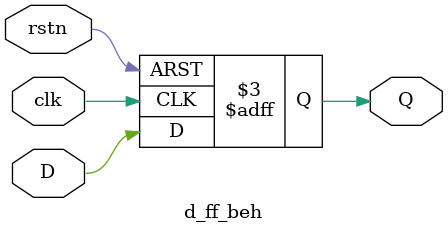
<source format=v>
module d_ff_beh (
    input rstn, clk, D,
    output reg Q
);
    always @ (posedge clk, negedge rstn)
        if (!rstn)
            Q <= 1'b0;
        else
            Q <= D;
endmodule

</source>
